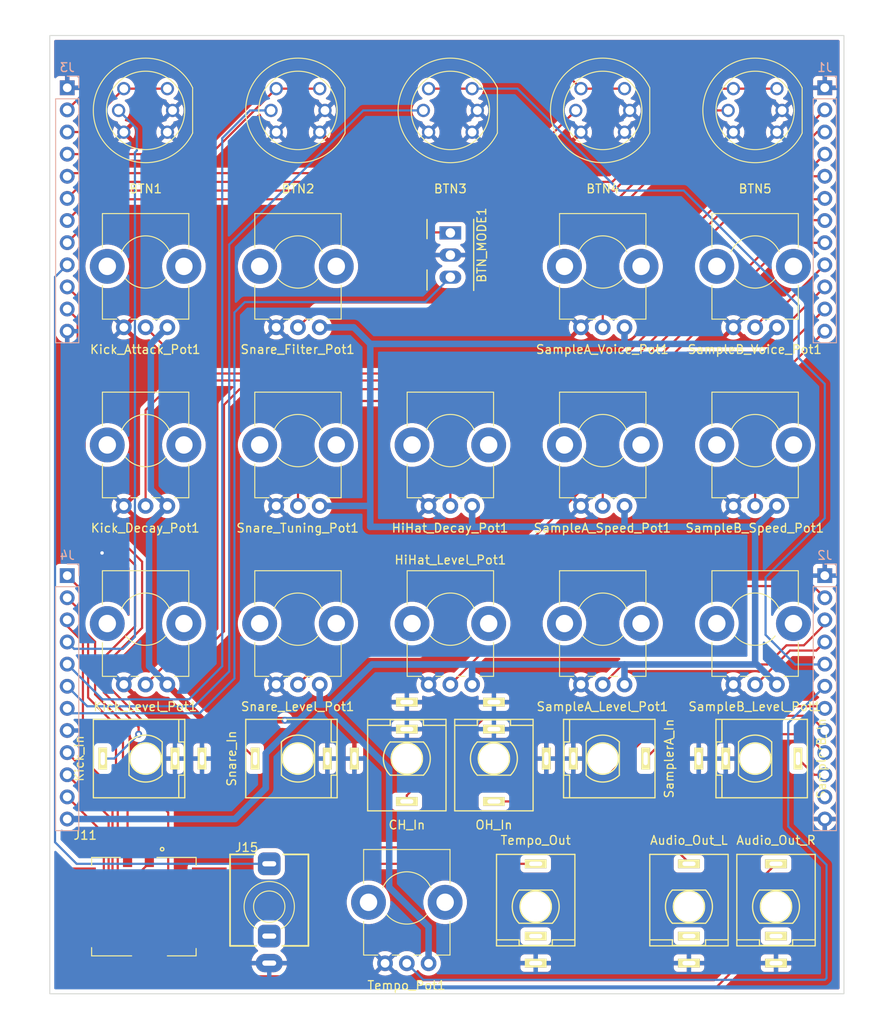
<source format=kicad_pcb>
(kicad_pcb (version 20211014) (generator pcbnew)
  (layers (0 "F.Cu" signal) (31 "B.Cu" signal) (34 "B.Paste" user) (35 "F.Paste" user) (36 "B.SilkS" user "B.Silkscreen") (37 "F.SilkS" user "F.Silkscreen") (38 "B.Mask" user) (39 "F.Mask" user) (44 "Edge.Cuts" user))
  (net 0 "")
  (net 1 "/KI_BTN")
  (net 2 "GND")
  (net 3 "/KI_LED")
  (net 4 "/SN_LED")
  (net 5 "/SN_BTN")
  (net 6 "/HH_BTN")
  (net 7 "/MIDI_LEARN")
  (net 8 "/SEQ_SELECT")
  (net 9 "/HH_LED")
  (net 10 "/SA_BTN")
  (net 11 "/HIHAT_VOL_POT")
  (net 12 "+3.3VA")
  (net 13 "/HIHAT_DECAY_POT")
  (net 14 "/MIDI_IN")
  (net 15 "/USB_VBUS")
  (net 16 "/USB_DM")
  (net 17 "/USB_DP")
  (net 18 "/TEMPO_OUT")
  (net 20 "/KICK_ATTACK_POT")
  (net 21 "/KICK_VOL_POT")
  (net 22 "/KICK_DECAY_POT")
  (net 23 "/SA_LED")
  (net 24 "/SB_BTN")
  (net 25 "/SAMPLER_A_VOICE_POT")
  (net 26 "/SAMPLER_B_VOICE_POT")
  (net 27 "/SAMPLER_A_VOL_POT")
  (net 28 "/SAMPLER_B_VOL_POT")
  (net 29 "/SAMPLER_A_SPEED_POT")
  (net 30 "/SAMPLER_B_SPEED_POT")
  (net 31 "/SNARE_FILTER_POT")
  (net 32 "/SNARE_VOL_POT")
  (net 33 "/SNARE_TUNING_POT")
  (net 34 "/TEMPO_POT")
  (net 35 "/SB_LED")
  (net 36 "/AUDIO_OUT_R")
  (net 37 "/AUDIO_OUT_L")
  (net 43 "/KICK_IN")
  (net 44 "/SNARE_IN")
  (net 45 "/OH_IN")
  (net 46 "/SAMPLER_A_IN")
  (net 47 "/SAMPLER_B_IN")
  (net 48 "/CH_IN")
  (footprint "Custom_Footprints:KS01-BLV" (layer "F.Cu") (at 133.5 58.6)
    (fp_text reference "BTN4")
    (fp_text value "KS01-BLV")
  )
  (footprint "Custom_Footprints:KS01-BLV" (layer "F.Cu") (at 98.5 58.6)
    (fp_text reference "BTN2")
    (fp_text value "KS01-BLV")
  )
  (footprint "Custom_Footprints:THONKICONN_hole" (layer "F.Cu") (at 153.4 150)
    (fp_text reference "J14" hide)
    (fp_text value "Audio_Out_R")
  )
  (footprint "Custom_Footprints:THONKICONN_hole" (layer "F.Cu") (at 111 133 180)
    (fp_text reference "J6" hide)
    (fp_text value "CH_In")
  )
  (footprint "Custom_Footprints:THONKICONN_hole" (layer "F.Cu") (at 81 133 90)
    (fp_text reference "J10" hide)
    (fp_text value "Kick_In")
  )
  (footprint "Custom_Footprints:Alpha_9mm_Potentiometer_Aligned" (layer "F.Cu") (at 81 96.5)
    (fp_text reference "Kick_Decay_Pot1")
    (fp_text value "B10k")
  )
  (footprint "Custom_Footprints:THONKICONN_hole" (layer "F.Cu") (at 125.8 150)
    (fp_text reference "J12" hide)
    (fp_text value "Tempo_Out")
  )
  (footprint "Custom_Footprints:Thonkiconn_Stereo-PJ366ST" (layer "F.Cu") (at 95.2 150)
    (fp_text reference "J15")
    (fp_text value "Midi_In")
  )
  (footprint "Custom_Footprints:Alpha_9mm_Potentiometer_Aligned" (layer "F.Cu") (at 151 117)
    (fp_text reference "SampleB_Level_Pot1")
    (fp_text value "B10k")
  )
  (footprint "Custom_Footprints:THONKICONN_hole" (layer "F.Cu") (at 143.4 150)
    (fp_text reference "J13" hide)
    (fp_text value "Audio_Out_L")
  )
  (footprint "Custom_Footprints:Alpha_9mm_Potentiometer_Aligned" (layer "F.Cu") (at 151 96.5)
    (fp_text reference "SampleB_Speed_Pot1")
    (fp_text value "B10k")
  )
  (footprint "Custom_Footprints:Alpha_9mm_Potentiometer_Aligned" (layer "F.Cu") (at 133.5 117)
    (fp_text reference "SampleA_Level_Pot1")
    (fp_text value "B10k")
  )
  (footprint "Custom_Footprints:Alpha_9mm_Potentiometer_Aligned" (layer "F.Cu") (at 81 76)
    (fp_text reference "Kick_Attack_Pot1")
    (fp_text value "B10k")
  )
  (footprint "Custom_Footprints:Alpha_9mm_Potentiometer_Aligned" (layer "F.Cu") (at 98.5 96.5)
    (fp_text reference "Snare_Tuning_Pot1")
    (fp_text value "B10k")
  )
  (footprint "Custom_Footprints:THONKICONN_hole" (layer "F.Cu") (at 98.5 133 90)
    (fp_text reference "J5" hide)
    (fp_text value "Snare_In")
  )
  (footprint "Custom_Footprints:KS01-BLV" (layer "F.Cu") (at 151 58.6)
    (fp_text reference "BTN5")
    (fp_text value "KS01-BLV")
  )
  (footprint "Custom_Footprints:THONKICONN_hole" (layer "F.Cu") (at 121 133 180)
    (fp_text reference "J7" hide)
    (fp_text value "OH_In")
  )
  (footprint "Custom_Footprints:KS01-BLV" (layer "F.Cu") (at 116 58.6)
    (fp_text reference "BTN3")
    (fp_text value "KS01-BLV")
  )
  (footprint "Custom_Footprints:KS01-BLV" (layer "F.Cu") (at 81 58.6)
    (fp_text reference "BTN1")
    (fp_text value "KS01-BLV")
  )
  (footprint "Custom_Footprints:USB_TE_1734517-1" (layer "F.Cu") (at 80.8 150)
    (fp_text reference "J11")
    (fp_text value "USB_B_Micro")
  )
  (footprint "Custom_Footprints:Alpha_9mm_Potentiometer_Aligned" (layer "F.Cu") (at 98.5 76)
    (fp_text reference "Snare_Filter_Pot1")
    (fp_text value "B10k")
  )
  (footprint "Custom_Footprints:Alpha_9mm_Potentiometer_Aligned" (layer "F.Cu") (at 151 76)
    (fp_text reference "SampleB_Voice_Pot1")
    (fp_text value "B10k")
  )
  (footprint "Custom_Footprints:SPDT_SubMiniature_Aligned" (layer "F.Cu") (at 116 75.2 -90)
    (fp_text reference "BTN_MODE1")
    (fp_text value "SW_SPDT_MSM")
  )
  (footprint "Custom_Footprints:Alpha_9mm_Potentiometer_Aligned" (layer "F.Cu") (at 81 117)
    (fp_text reference "Kick_Level_Pot1")
    (fp_text value "B10k")
  )
  (footprint "Custom_Footprints:Alpha_9mm_Potentiometer_Aligned" (layer "F.Cu") (at 116 96.5)
    (fp_text reference "HiHat_Decay_Pot1")
    (fp_text value "B10k")
  )
  (footprint "Custom_Footprints:Alpha_9mm_Potentiometer_Aligned" (layer "F.Cu") (at 111 149)
    (fp_text reference "Tempo_Pot1")
    (fp_text value "B10k")
  )
  (footprint "Custom_Footprints:THONKICONN_hole" (layer "F.Cu") (at 151 133 -90)
    (fp_text reference "J9" hide)
    (fp_text value "SamplerB_In")
  )
  (footprint "Custom_Footprints:Alpha_9mm_Potentiometer_Aligned" (layer "F.Cu") (at 98.5 117)
    (fp_text reference "Snare_Level_Pot1")
    (fp_text value "B10k")
  )
  (footprint "Custom_Footprints:Alpha_9mm_Potentiometer_Aligned" (layer "F.Cu") (at 116 117)
    (fp_text reference "HiHat_Level_Pot1")
    (fp_text value "B10k")
  )
  (footprint "Custom_Footprints:THONKICONN_hole" (layer "F.Cu") (at 133.5 133 -90)
    (fp_text reference "J8" hide)
    (fp_text value "SamplerA_In")
  )
  (footprint "Custom_Footprints:Alpha_9mm_Potentiometer_Aligned" (layer "F.Cu") (at 133.5 96.5)
    (fp_text reference "SampleA_Speed_Pot1")
    (fp_text value "B10k")
  )
  (footprint "Custom_Footprints:Alpha_9mm_Potentiometer_Aligned" (layer "F.Cu") (at 133.5 76)
    (fp_text reference "SampleA_Voice_Pot1")
    (fp_text value "B10k")
  )
  (footprint "Connector_PinHeader_2.54mm:PinHeader_1x12_P2.54mm_Vertical" (layer "B.Cu") (at 159 112 180)
    (fp_text reference "J2")
    (fp_text value "Conn_01x12_Female")
  )
  (footprint "Connector_PinHeader_2.54mm:PinHeader_1x12_P2.54mm_Vertical" (layer "B.Cu") (at 72 112 180)
    (fp_text reference "J4")
    (fp_text value "Conn_01x12_Female")
  )
  (footprint "Connector_PinHeader_2.54mm:PinHeader_1x12_P2.54mm_Vertical" (layer "B.Cu") (at 72 56 180)
    (fp_text reference "J3")
    (fp_text value "Conn_01x12_Female")
  )
  (footprint "Connector_PinHeader_2.54mm:PinHeader_1x12_P2.54mm_Vertical" (layer "B.Cu") (at 159 56 180)
    (fp_text reference "J1")
    (fp_text value "Conn_01x12_Female")
  )
  (gr_rect (start 70 50) (end 161.2 160) (layer "Edge.Cuts") (width 0.1) (fill none))
  (segment (start 72 61.08) (end 73.52 61.08) (width 0.25) (layer "F.Cu") (net 1))
  (segment (start 78.5 56.1) (end 83.5 56.1) (width 0.25) (layer "F.Cu") (net 1))
  (segment (start 73.52 61.08) (end 78.5 56.1) (width 0.25) (layer "F.Cu") (net 1))
  (via (at 76 109.4) (size 0.8) (drill 0.4) (layers "F.Cu" "B.Cu") (net 2))
  (segment (start 79.775 86.425) (end 79.775 119.025) (width 0.25) (layer "B.Cu") (net 3))
  (segment (start 78.4 120.4) (end 72.78 120.4) (width 0.25) (layer "B.Cu") (net 3))
  (segment (start 79.8 86.4) (end 79.775 86.425) (width 0.25) (layer "B.Cu") (net 3))
  (segment (start 79.775 63.425) (end 79.775 86.375) (width 0.25) (layer "B.Cu") (net 3))
  (segment (start 72.78 120.4) (end 72 119.62) (width 0.25) (layer "B.Cu") (net 3))
  (segment (start 80 60.7) (end 80 63.2) (width 0.25) (layer "B.Cu") (net 3))
  (segment (start 80 63.2) (end 79.775 63.425) (width 0.25) (layer "B.Cu") (net 3))
  (segment (start 79.775 86.375) (end 79.8 86.4) (width 0.25) (layer "B.Cu") (net 3))
  (segment (start 79.775 119.025) (end 78.4 120.4) (width 0.25) (layer "B.Cu") (net 3))
  (segment (start 77.9 58.6) (end 80 60.7) (width 0.25) (layer "B.Cu") (net 3))
  (segment (start 89.8 61.8) (end 89.8 122.4) (width 0.25) (layer "B.Cu") (net 4))
  (segment (start 89.8 122.4) (end 86 126.2) (width 0.25) (layer "B.Cu") (net 4))
  (segment (start 95.4 58.6) (end 93 58.6) (width 0.25) (layer "B.Cu") (net 4))
  (segment (start 93 58.6) (end 89.8 61.8) (width 0.25) (layer "B.Cu") (net 4))
  (segment (start 86 126.2) (end 76.04 126.2) (width 0.25) (layer "B.Cu") (net 4))
  (segment (start 76.04 126.2) (end 72 122.16) (width 0.25) (layer "B.Cu") (net 4))
  (segment (start 96 56.1) (end 101 56.1) (width 0.25) (layer "F.Cu") (net 5))
  (segment (start 88.48 63.62) (end 96 56.1) (width 0.25) (layer "F.Cu") (net 5))
  (segment (start 72 63.62) (end 88.48 63.62) (width 0.25) (layer "F.Cu") (net 5))
  (segment (start 113.5 56.1) (end 118.5 56.1) (width 0.25) (layer "F.Cu") (net 6))
  (segment (start 152.2 118.8) (end 152.2 112.2) (width 0.25) (layer "B.Cu") (net 6))
  (segment (start 142.8 67.8) (end 135.4 67.8) (width 0.25) (layer "B.Cu") (net 6))
  (segment (start 159 90) (end 156 87) (width 0.25) (layer "B.Cu") (net 6))
  (segment (start 152.2 112.2) (end 159 105.4) (width 0.25) (layer "B.Cu") (net 6))
  (segment (start 159 105.4) (end 159 90) (width 0.25) (layer "B.Cu") (net 6))
  (segment (start 155.6 122.2) (end 152.2 118.8) (width 0.25) (layer "B.Cu") (net 6))
  (segment (start 123.7 56.1) (end 118.5 56.1) (width 0.25) (layer "B.Cu") (net 6))
  (segment (start 156 81) (end 142.8 67.8) (width 0.25) (layer "B.Cu") (net 6))
  (segment (start 135.4 67.8) (end 123.7 56.1) (width 0.25) (layer "B.Cu") (net 6))
  (segment (start 158.96 122.2) (end 155.6 122.2) (width 0.25) (layer "B.Cu") (net 6))
  (segment (start 159 122.16) (end 158.96 122.2) (width 0.25) (layer "B.Cu") (net 6))
  (segment (start 156 87) (end 156 81) (width 0.25) (layer "B.Cu") (net 6))
  (segment (start 76.98 68.8) (end 110.3 68.8) (width 0.25) (layer "F.Cu") (net 7))
  (segment (start 110.3 68.8) (end 114.1 72.6) (width 0.25) (layer "F.Cu") (net 7))
  (segment (start 114.1 72.6) (end 115.94 72.6) (width 0.25) (layer "F.Cu") (net 7))
  (segment (start 115.94 72.6) (end 116 72.66) (width 0.25) (layer "F.Cu") (net 7))
  (segment (start 72 73.78) (end 76.98 68.8) (width 0.25) (layer "F.Cu") (net 7))
  (segment (start 113.14 80.6) (end 92.4 80.6) (width 0.25) (layer "B.Cu") (net 8))
  (segment (start 72.56 127.8) (end 72 127.24) (width 0.25) (layer "B.Cu") (net 8))
  (segment (start 116 77.74) (end 113.14 80.6) (width 0.25) (layer "B.Cu") (net 8))
  (segment (start 92.4 80.6) (end 91.2 81.8) (width 0.25) (layer "B.Cu") (net 8))
  (segment (start 91.2 81.8) (end 91.2 123.8) (width 0.25) (layer "B.Cu") (net 8))
  (segment (start 91.2 123.8) (end 87.2 127.8) (width 0.25) (layer "B.Cu") (net 8))
  (segment (start 87.2 127.8) (end 72.56 127.8) (width 0.25) (layer "B.Cu") (net 8))
  (segment (start 86.6 127) (end 74.3 127) (width 0.25) (layer "B.Cu") (net 9))
  (segment (start 90.6 123) (end 86.6 127) (width 0.25) (layer "B.Cu") (net 9))
  (segment (start 106 58.6) (end 90.6 74) (width 0.25) (layer "B.Cu") (net 9))
  (segment (start 90.6 74) (end 90.6 123) (width 0.25) (layer "B.Cu") (net 9))
  (segment (start 112.9 58.6) (end 106 58.6) (width 0.25) (layer "B.Cu") (net 9))
  (segment (start 74.3 127) (end 72 124.7) (width 0.25) (layer "B.Cu") (net 9))
  (segment (start 76.74 53.8) (end 128.7 53.8) (width 0.25) (layer "F.Cu") (net 10))
  (segment (start 131 56.1) (end 136 56.1) (width 0.25) (layer "F.Cu") (net 10))
  (segment (start 72 58.54) (end 76.74 53.8) (width 0.25) (layer "F.Cu") (net 10))
  (segment (start 128.7 53.8) (end 131 56.1) (width 0.25) (layer "F.Cu") (net 10))
  (segment (start 119.7 120.8) (end 116 124.5) (width 0.25) (layer "F.Cu") (net 11))
  (segment (start 139.2 120.8) (end 119.7 120.8) (width 0.25) (layer "F.Cu") (net 11))
  (segment (start 146.8 113.2) (end 139.2 120.8) (width 0.25) (layer "F.Cu") (net 11))
  (segment (start 157.66 113.2) (end 146.8 113.2) (width 0.25) (layer "F.Cu") (net 11))
  (segment (start 159 114.54) (end 157.66 113.2) (width 0.25) (layer "F.Cu") (net 11))
  (segment (start 87.6 128.6) (end 97 128.6) (width 0.75) (layer "F.Cu") (net 12))
  (segment (start 83.5 124.5) (end 87.6 128.6) (width 0.75) (layer "F.Cu") (net 12))
  (via (at 97 128.6) (size 0.8) (drill 0.4) (layers "F.Cu" "B.Cu") (net 12))
  (segment (start 107 122.2) (end 102.4 126.8) (width 0.75) (layer "B.Cu") (net 12))
  (segment (start 101 104) (end 106.7 104) (width 0.75) (layer "B.Cu") (net 12))
  (segment (start 151.1 106.4) (end 136 106.4) (width 0.75) (layer "B.Cu") (net 12))
  (segment (start 108.975 134.175) (end 108.975 147.775) (width 0.75) (layer "B.Cu") (net 12))
  (segment (start 101 126.8) (end 100.4 126.8) (width 0.75) (layer "B.Cu") (net 12))
  (segment (start 94.8 132.4) (end 98.5 128.7) (width 0.75) (layer "B.Cu") (net 12))
  (segment (start 83.5 104) (end 81.6 102.1) (width 0.75) (layer "B.Cu") (net 12))
  (segment (start 136 83.5) (end 136 85.2) (width 0.75) (layer "B.Cu") (net 12))
  (segment (start 72 139.94) (end 91.26 139.94) (width 0.75) (layer "B.Cu") (net 12))
  (segment (start 97 128.6) (end 98.4 128.6) (width 0.75) (layer "B.Cu") (net 12))
  (segment (start 118.5 104) (end 118.5 106.3) (width 0.75) (layer "B.Cu") (net 12))
  (segment (start 118.5 124.5) (end 118.5 122.2) (width 0.75) (layer "B.Cu") (net 12))
  (segment (start 108.975 147.775) (end 113.5 152.3) (width 0.75) (layer "B.Cu") (net 12))
  (segment (start 153.5 124.5) (end 151.2 122.2) (width 0.75) (layer "B.Cu") (net 12))
  (segment (start 136 106.4) (end 118.6 106.4) (width 0.75) (layer "B.Cu") (net 12))
  (segment (start 153.5 104) (end 151.1 106.4) (width 0.75) (layer "B.Cu") (net 12))
  (segment (start 91.26 139.94) (end 94.8 136.4) (width 0.75) (layer "B.Cu") (net 12))
  (segment (start 101 124.5) (end 101 126.8) (width 0.75) (layer "B.Cu") (net 12))
  (segment (start 136 124.5) (end 136 122.2) (width 0.75) (layer "B.Cu") (net 12))
  (segment (start 106.8 106.4) (end 106.8 85.4) (width 0.75) (layer "B.Cu") (net 12))
  (segment (start 104.9 83.5) (end 106.8 85.4) (width 0.75) (layer "B.Cu") (net 12))
  (segment (start 118.5 106.3) (end 118.6 106.4) (width 0.75) (layer "B.Cu") (net 12))
  (segment (start 81.4 106.1) (end 83.5 104) (width 0.75) (layer "B.Cu") (net 12))
  (segment (start 151 121.8) (end 151 106.4) (width 0.75) (layer "B.Cu") (net 12))
  (segment (start 107 122.2) (end 136 122.2) (width 0.75) (layer "B.Cu") (net 12))
  (segment (start 113.5 152.3) (end 113.5 156.5) (width 0.75) (layer "B.Cu") (net 12))
  (segment (start 118.5 122.2) (end 107 122.2) (width 0.75) (layer "B.Cu") (net 12))
  (segment (start 102.4 127.6) (end 108.975 134.175) (width 0.75) (layer "B.Cu") (net 12))
  (segment (start 94.8 136.4) (end 94.8 132.4) (width 0.75) (layer "B.Cu") (net 12))
  (segment (start 136 122.2) (end 151.2 122.2) (width 0.75) (layer "B.Cu") (net 12))
  (segment (start 81.6 102.1) (end 81.6 85.4) (width 0.75) (layer "B.Cu") (net 12))
  (segment (start 83.5 124.5) (end 81.4 122.4) (width 0.75) (layer "B.Cu") (net 12))
  (segment (start 98.4 128.6) (end 98.5 128.7) (width 0.75) (layer "B.Cu") (net 12))
  (segment (start 102.4 126.8) (end 101 126.8) (width 0.75) (layer "B.Cu") (net 12))
  (segment (start 136 85.2) (end 135.8 85.4) (width 0.75) (layer "B.Cu") (net 12))
  (segment (start 98.5 128.7) (end 100.4 126.8) (width 0.75) (layer "B.Cu") (net 12))
  (segment (start 136 104) (end 136 106.4) (width 0.75) (layer "B.Cu") (net 12))
  (segment (start 106.8 85.4) (end 135.8 85.4) (width 0.75) (layer "B.Cu") (net 12))
  (segment (start 151.6 85.4) (end 153.5 83.5) (width 0.75) (layer "B.Cu") (net 12))
  (segment (start 81.4 122.4) (end 81.4 106.1) (width 0.75) (layer "B.Cu") (net 12))
  (segment (start 101 83.5) (end 104.9 83.5) (width 0.75) (layer "B.Cu") (net 12))
  (segment (start 135.8 85.4) (end 151.6 85.4) (width 0.75) (layer "B.Cu") (net 12))
  (segment (start 81.6 85.4) (end 83.5 83.5) (width 0.75) (layer "B.Cu") (net 12))
  (segment (start 118.6 106.4) (end 106.8 106.4) (width 0.75) (layer "B.Cu") (net 12))
  (segment (start 102.4 126.8) (end 102.4 127.6) (width 0.75) (layer "B.Cu") (net 12))
  (segment (start 116 104) (end 116 95) (width 0.25) (layer "F.Cu") (net 13))
  (segment (start 118.2 92.8) (end 135.4 92.8) (width 0.25) (layer "F.Cu") (net 13))
  (segment (start 116 95) (end 118.2 92.8) (width 0.25) (layer "F.Cu") (net 13))
  (segment (start 135.4 92.8) (end 154.4 73.8) (width 0.25) (layer "F.Cu") (net 13))
  (segment (start 158.98 73.8) (end 159 73.78) (width 0.25) (layer "F.Cu") (net 13))
  (segment (start 154.4 73.8) (end 158.98 73.8) (width 0.25) (layer "F.Cu") (net 13))
  (segment (start 72 76.32) (end 70.6 77.72) (width 0.25) (layer "B.Cu") (net 14))
  (segment (start 70.6 77.72) (end 70.6 142.6) (width 0.25) (layer "B.Cu") (net 14))
  (segment (start 70.6 142.6) (end 73.08 145.08) (width 0.25) (layer "B.Cu") (net 14))
  (segment (start 73.08 145.08) (end 95.2 145.08) (width 0.25) (layer "B.Cu") (net 14))
  (segment (start 72 117.08) (end 72 117.8) (width 0.25) (layer "F.Cu") (net 15))
  (segment (start 77.8 146) (end 78.4 146.6) (width 0.25) (layer "F.Cu") (net 15))
  (segment (start 73.8 133) (end 77.8 137) (width 0.25) (layer "F.Cu") (net 15))
  (segment (start 77.8 137) (end 77.8 146) (width 0.25) (layer "F.Cu") (net 15))
  (segment (start 81.43 144.97) (end 81.43 144.15) (width 0.25) (layer "F.Cu") (net 15))
  (segment (start 79.8 146.6) (end 81.43 144.97) (width 0.25) (layer "F.Cu") (net 15))
  (segment (start 72 117.8) (end 73.8 119.6) (width 0.25) (layer "F.Cu") (net 15))
  (segment (start 73.8 119.6) (end 73.8 133) (width 0.25) (layer "F.Cu") (net 15))
  (segment (start 78.4 146.6) (end 79.8 146.6) (width 0.25) (layer "F.Cu") (net 15))
  (segment (start 74.4 119.561305) (end 74.4 126) (width 0.25) (layer "F.Cu") (net 16))
  (segment (start 78.93 135.93) (end 78.93 144.15) (width 0.25) (layer "F.Cu") (net 16))
  (segment (start 73.4 118.561305) (end 74.4 119.561305) (width 0.25) (layer "F.Cu") (net 16))
  (segment (start 73.4 115.94) (end 73.4 118.561305) (width 0.25) (layer "F.Cu") (net 16))
  (segment (start 74.4 126) (end 77.6 129.2) (width 0.25) (layer "F.Cu") (net 16))
  (segment (start 72 114.54) (end 73.4 115.94) (width 0.25) (layer "F.Cu") (net 16))
  (segment (start 77.6 134.6) (end 78.93 135.93) (width 0.25) (layer "F.Cu") (net 16))
  (segment (start 77.6 129.2) (end 77.6 134.6) (width 0.25) (layer "F.Cu") (net 16))
  (segment (start 73.849501 118.241489) (end 73.849501 113.849501) (width 0.25) (layer "F.Cu") (net 17))
  (segment (start 75.2 125.635704) (end 75.2 119.591988) (width 0.25) (layer "F.Cu") (net 17))
  (segment (start 75.2 119.591988) (end 73.849501 118.241489) (width 0.25) (layer "F.Cu") (net 17))
  (segment (start 78.4 134) (end 78.4 128.835704) (width 0.25) (layer "F.Cu") (net 17))
  (segment (start 80.18 155.075) (end 83.6 151.655) (width 0.25) (layer "F.Cu") (net 17))
  (segment (start 83.6 139.2) (end 78.4 134) (width 0.25) (layer "F.Cu") (net 17))
  (segment (start 78.4 128.835704) (end 75.2 125.635704) (width 0.25) (layer "F.Cu") (net 17))
  (segment (start 83.6 151.655) (end 83.6 139.2) (width 0.25) (layer "F.Cu") (net 17))
  (segment (start 80.18 155.85) (end 80.18 155.075) (width 0.25) (layer "F.Cu") (net 17))
  (segment (start 73.849501 113.849501) (end 72 112) (width 0.25) (layer "F.Cu") (net 17))
  (segment (start 78.8 158.6) (end 76.750499 156.550499) (width 0.25) (layer "F.Cu") (net 18))
  (segment (start 101.8 155.8) (end 99 158.6) (width 0.25) (layer "F.Cu") (net 18))
  (segment (start 105.5 145.08) (end 101.8 148.78) (width 0.25) (layer "F.Cu") (net 18))
  (segment (start 99 158.6) (end 78.8 158.6) (width 0.25) (layer "F.Cu") (net 18))
  (segment (start 101.8 148.78) (end 101.8 155.8) (width 0.25) (layer "F.Cu") (net 18))
  (segment (start 125.8 145.08) (end 105.5 145.08) (width 0.25) (layer "F.Cu") (net 18))
  (segment (start 76.750499 156.550499) (end 76.750499 139.610499) (width 0.25) (layer "F.Cu") (net 18))
  (segment (start 76.750499 139.610499) (end 72 134.86) (width 0.25) (layer "F.Cu") (net 18))
  (segment (start 86.3 88.8) (end 81 83.5) (width 0.25) (layer "F.Cu") (net 20))
  (segment (start 159 63.62) (end 157.970489 64.649511) (width 0.25) (layer "F.Cu") (net 20))
  (segment (start 157.970489 64.649511) (end 151.350489 64.649511) (width 0.25) (layer "F.Cu") (net 20))
  (segment (start 134 88.8) (end 86.3 88.8) (width 0.25) (layer "F.Cu") (net 20))
  (segment (start 151.350489 64.649511) (end 141.6 74.4) (width 0.25) (layer "F.Cu") (net 20))
  (segment (start 141.6 81.2) (end 134 88.8) (width 0.25) (layer "F.Cu") (net 20))
  (segment (start 141.6 74.4) (end 141.6 81.2) (width 0.25) (layer "F.Cu") (net 20))
  (segment (start 81 124.5) (end 84.1 121.4) (width 0.25) (layer "F.Cu") (net 21))
  (segment (start 90 118.4) (end 90 92.4) (width 0.25) (layer "F.Cu") (net 21))
  (segment (start 150 68.8) (end 158.9 68.8) (width 0.25) (layer "F.Cu") (net 21))
  (segment (start 158.9 68.8) (end 159 68.7) (width 0.25) (layer "F.Cu") (net 21))
  (segment (start 84.1 121.4) (end 87 121.4) (width 0.25) (layer "F.Cu") (net 21))
  (segment (start 90 92.4) (end 91.8 90.6) (width 0.25) (layer "F.Cu") (net 21))
  (segment (start 87 121.4) (end 90 118.4) (width 0.25) (layer "F.Cu") (net 21))
  (segment (start 91.8 90.6) (end 134.8 90.6) (width 0.25) (layer "F.Cu") (net 21))
  (segment (start 143.6 75.2) (end 150 68.8) (width 0.25) (layer "F.Cu") (net 21))
  (segment (start 143.6 81.8) (end 143.6 75.2) (width 0.25) (layer "F.Cu") (net 21))
  (segment (start 134.8 90.6) (end 143.6 81.8) (width 0.25) (layer "F.Cu") (net 21))
  (segment (start 142.6 74.8) (end 151.24 66.16) (width 0.25) (layer "F.Cu") (net 22))
  (segment (start 81 104) (end 81 93) (width 0.25) (layer "F.Cu") (net 22))
  (segment (start 81 93) (end 84.4 89.6) (width 0.25) (layer "F.Cu") (net 22))
  (segment (start 84.4 89.6) (end 134.560215 89.6) (width 0.25) (layer "F.Cu") (net 22))
  (segment (start 142.6 81.560215) (end 142.6 74.8) (width 0.25) (layer "F.Cu") (net 22))
  (segment (start 151.24 66.16) (end 159 66.16) (width 0.25) (layer "F.Cu") (net 22))
  (segment (start 134.560215 89.6) (end 142.6 81.560215) (width 0.25) (layer "F.Cu") (net 22))
  (segment (start 123.2 65.8) (end 130.4 58.6) (width 0.25) (layer "F.Cu") (net 23))
  (segment (start 72.36 65.8) (end 123.2 65.8) (width 0.25) (layer "F.Cu") (net 23))
  (segment (start 72 66.16) (end 72.36 65.8) (width 0.25) (layer "F.Cu") (net 23))
  (segment (start 134.6 66.8) (end 145.3 56.1) (width 0.25) (layer "F.Cu") (net 24))
  (segment (start 148.5 56.1) (end 153.5 56.1) (width 0.25) (layer "F.Cu") (net 24))
  (segment (start 145.3 56.1) (end 148.5 56.1) (width 0.25) (layer "F.Cu") (net 24))
  (segment (start 72 68.7) (end 73.9 66.8) (width 0.25) (layer "F.Cu") (net 24))
  (segment (start 73.9 66.8) (end 134.6 66.8) (width 0.25) (layer "F.Cu") (net 24))
  (segment (start 159 61.08) (end 158.12 61.08) (width 0.25) (layer "F.Cu") (net 25))
  (segment (start 155.6 63.6) (end 141.7 63.6) (width 0.25) (layer "F.Cu") (net 25))
  (segment (start 133.5 71.8) (end 133.5 83.5) (width 0.25) (layer "F.Cu") (net 25))
  (segment (start 141.7 63.6) (end 133.5 71.8) (width 0.25) (layer "F.Cu") (net 25))
  (segment (start 158.12 61.08) (end 155.6 63.6) (width 0.25) (layer "F.Cu") (net 25))
  (segment (start 153.8 80.6) (end 154.72 80.6) (width 0.25) (layer "F.Cu") (net 26))
  (segment (start 151 83.5) (end 151 83.4) (width 0.25) (layer "F.Cu") (net 26))
  (segment (start 154.72 80.6) (end 159 76.32) (width 0.25) (layer "F.Cu") (net 26))
  (segment (start 151 83.4) (end 153.8 80.6) (width 0.25) (layer "F.Cu") (net 26))
  (segment (start 152.4 122.2) (end 135.8 122.2) (width 0.25) (layer "F.Cu") (net 27))
  (segment (start 156.6 120) (end 154.6 120) (width 0.25) (layer "F.Cu") (net 27))
  (segment (start 159 117.6) (end 156.6 120) (width 0.25) (layer "F.Cu") (net 27))
  (segment (start 154.6 120) (end 152.4 122.2) (width 0.25) (layer "F.Cu") (net 27))
  (segment (start 135.8 122.2) (end 133.5 124.5) (width 0.25) (layer "F.Cu") (net 27))
  (segment (start 159 117.08) (end 159 117.6) (width 0.25) (layer "F.Cu") (net 27))
  (segment (start 151.1 124.5) (end 151 124.5) (width 0.25) (layer "F.Cu") (net 28))
  (segment (start 159 119.62) (end 158.02 120.6) (width 0.25) (layer "F.Cu") (net 28))
  (segment (start 155 120.6) (end 151.1 124.5) (width 0.25) (layer "F.Cu") (net 28))
  (segment (start 158.02 120.6) (end 155 120.6) (width 0.25) (layer "F.Cu") (net 28))
  (segment (start 133.5 104) (end 133.5 97.5) (width 0.25) (layer "F.Cu") (net 29))
  (segment (start 142.750489 88.249511) (end 152.150489 88.249511) (width 0.25) (layer "F.Cu") (net 29))
  (segment (start 152.150489 88.249511) (end 159 81.4) (width 0.25) (layer "F.Cu") (net 29))
  (segment (start 133.5 97.5) (end 142.750489 88.249511) (width 0.25) (layer "F.Cu") (net 29))
  (segment (start 153.54 89.4) (end 159 83.94) (width 0.25) (layer "F.Cu") (net 30))
  (segment (start 151 104) (end 151 89.4) (width 0.25) (layer "F.Cu") (net 30))
  (segment (start 151 89.4) (end 153.54 89.4) (width 0.25) (layer "F.Cu") (net 30))
  (segment (start 159 58.54) (end 154.74 62.8) (width 0.25) (layer "F.Cu") (net 31))
  (segment (start 119.6 81.4) (end 100.6 81.4) (width 0.25) (layer "F.Cu") (net 31))
  (segment (start 133.2 70.8) (end 130.2 70.8) (width 0.25) (layer "F.Cu") (net 31))
  (segment (start 100.6 81.4) (end 98.5 83.5) (width 0.25) (layer "F.Cu") (net 31))
  (segment (start 141.2 62.8) (end 133.2 70.8) (width 0.25) (layer "F.Cu") (net 31))
  (segment (start 154.74 62.8) (end 141.2 62.8) (width 0.25) (layer "F.Cu") (net 31))
  (segment (start 130.2 70.8) (end 119.6 81.4) (width 0.25) (layer "F.Cu") (net 31))
  (segment (start 132.6 100.6) (end 132.6 97) (width 0.25) (layer "F.Cu") (net 32))
  (segment (start 112.4 120.8) (end 132.6 100.6) (width 0.25) (layer "F.Cu") (net 32))
  (segment (start 155.2 82.66) (end 159 78.86) (width 0.25) (layer "F.Cu") (net 32))
  (segment (start 132.6 97) (end 143.2 86.4) (width 0.25) (layer "F.Cu") (net 32))
  (segment (start 152.8 86.4) (end 155.2 84) (width 0.25) (layer "F.Cu") (net 32))
  (segment (start 155.2 84) (end 155.2 82.66) (width 0.25) (layer "F.Cu") (net 32))
  (segment (start 102.2 120.8) (end 112.4 120.8) (width 0.25) (layer "F.Cu") (net 32))
  (segment (start 143.2 86.4) (end 152.8 86.4) (width 0.25) (layer "F.Cu") (net 32))
  (segment (start 98.5 124.5) (end 102.2 120.8) (width 0.25) (layer "F.Cu") (net 32))
  (segment (start 101.64951 91.95049) (end 134.84951 91.95049) (width 0.25) (layer "F.Cu") (net 33))
  (segment (start 134.84951 91.95049) (end 155.6 71.2) (width 0.25) (layer "F.Cu") (net 33))
  (segment (start 98.5 104) (end 98.5 95.1) (width 0.25) (layer "F.Cu") (net 33))
  (segment (start 158.96 71.2) (end 159 71.24) (width 0.25) (layer "F.Cu") (net 33))
  (segment (start 155.6 71.2) (end 158.96 71.2) (width 0.25) (layer "F.Cu") (net 33))
  (segment (start 98.5 95.1) (end 101.64951 91.95049) (width 0.25) (layer "F.Cu") (net 33))
  (segment (start 112.9 158.4) (end 159 158.4) (width 0.25) (layer "B.Cu") (net 34))
  (segment (start 111 156.5) (end 112.9 158.4) (width 0.25) (layer "B.Cu") (net 34))
  (segment (start 159.2 158.2) (end 159.2 145.2) (width 0.25) (layer "B.Cu") (net 34))
  (segment (start 154.8 128.9) (end 159 124.7) (width 0.25) (layer "B.Cu") (net 34))
  (segment (start 159 158.4) (end 159.2 158.2) (width 0.25) (layer "B.Cu") (net 34))
  (segment (start 159.2 145.2) (end 154.8 140.8) (width 0.25) (layer "B.Cu") (net 34))
  (segment (start 154.8 140.8) (end 154.8 128.9) (width 0.25) (layer "B.Cu") (net 34))
  (segment (start 75.44 67.8) (end 134.8 67.8) (width 0.25) (layer "F.Cu") (net 35))
  (segment (start 134.8 67.8) (end 144 58.6) (width 0.25) (layer "F.Cu") (net 35))
  (segment (start 144 58.6) (end 147.9 58.6) (width 0.25) (layer "F.Cu") (net 35))
  (segment (start 72 71.24) (end 75.44 67.8) (width 0.25) (layer "F.Cu") (net 35))
  (segment (start 76.2 156.8) (end 78.6 159.2) (width 0.25) (layer "F.Cu") (net 36))
  (segment (start 149.8 156) (end 149.8 148.68) (width 0.25) (layer "F.Cu") (net 36))
  (segment (start 72 137.4) (end 76.2 141.6) (width 0.25) (layer "F.Cu") (net 36))
  (segment (start 149.8 148.68) (end 153.4 145.08) (width 0.25) (layer "F.Cu") (net 36))
  (segment (start 146.6 159.2) (end 149.8 156) (width 0.25) (layer "F.Cu") (net 36))
  (segment (start 76.2 141.6) (end 76.2 156.8) (width 0.25) (layer "F.Cu") (net 36))
  (segment (start 78.6 159.2) (end 146.6 159.2) (width 0.25) (layer "F.Cu") (net 36))
  (segment (start 141.64 143.2) (end 103.6 143.2) (width 0.25) (layer "F.Cu") (net 37))
  (segment (start 79.16375 158) (end 77.2 156.03625) (width 0.25) (layer "F.Cu") (net 37))
  (segment (start 101.2 145.6) (end 101.2 155.2) (width 0.25) (layer "F.Cu") (net 37))
  (segment (start 103.6 143.2) (end 101.2 145.6) (width 0.25) (layer "F.Cu") (net 37))
  (segment (start 143.52 145.08) (end 141.64 143.2) (width 0.25) (layer "F.Cu") (net 37))
  (segment (start 77.2 156.03625) (end 77.2 137.52) (width 0.25) (layer "F.Cu") (net 37))
  (segment (start 101.2 155.2) (end 98.4 158) (width 0.25) (layer "F.Cu") (net 37))
  (segment (start 77.2 137.52) (end 72 132.32) (width 0.25) (layer "F.Cu") (net 37))
  (segment (start 98.4 158) (end 79.16375 158) (width 0.25) (layer "F.Cu") (net 37))
  (segment (start 79.8 117.8) (end 76.2 121.4) (width 0.25) (layer "F.Cu") (net 43))
  (segment (start 73.2 104.2) (end 79.8 110.8) (width 0.25) (layer "F.Cu") (net 43))
  (segment (start 80.2 129.4) (end 80.2 130.2) (width 0.25) (layer "F.Cu") (net 43))
  (segment (start 72 81.4) (end 73.2 82.6) (width 0.25) (layer "F.Cu") (net 43))
  (segment (start 76.2 125.4) (end 80.2 129.4) (width 0.25) (layer "F.Cu") (net 43))
  (segment (start 79.8 110.8) (end 79.8 117.8) (width 0.25) (layer "F.Cu") (net 43))
  (segment (start 73.2 82.6) (end 73.2 104.2) (width 0.25) (layer "F.Cu") (net 43))
  (segment (start 76.2 121.4) (end 76.2 125.4) (width 0.25) (layer "F.Cu") (net 43))
  (via (at 80.2 130.2) (size 0.8) (drill 0.4) (layers "F.Cu" "B.Cu") (net 43))
  (segment (start 80.2 130.2) (end 77.4 133) (width 0.25) (layer "B.Cu") (net 43))
  (segment (start 77.4 133) (end 76.08 133) (width 0.25) (layer "B.Cu") (net 43))
  (segment (start 76.8 124.8) (end 82.2 130.2) (width 0.25) (layer "F.Cu") (net 44))
  (segment (start 80.6 118) (end 76.8 121.8) (width 0.25) (layer "F.Cu") (net 44))
  (segment (start 82.2 130.2) (end 90.78 130.2) (width 0.25) (layer "F.Cu") (net 44))
  (segment (start 74 80.86) (end 74 103.8) (width 0.25) (layer "F.Cu") (net 44))
  (segment (start 76.8 121.8) (end 76.8 124.8) (width 0.25) (layer "F.Cu") (net 44))
  (segment (start 72 78.86) (end 74 80.86) (width 0.25) (layer "F.Cu") (net 44))
  (segment (start 74 103.8) (end 80.6 110.4) (width 0.25) (layer "F.Cu") (net 44))
  (segment (start 90.78 130.2) (end 93.58 133) (width 0.25) (layer "F.Cu") (net 44))
  (segment (start 80.6 110.4) (end 80.6 118) (width 0.25) (layer "F.Cu") (net 44))
  (segment (start 159 129.78) (end 157.31 128.09) (width 0.25) (layer "F.Cu") (net 45))
  (segment (start 157.31 128.09) (end 140.930978 128.09) (width 0.25) (layer "F.Cu") (net 45))
  (segment (start 131.100978 137.92) (end 121 137.92) (width 0.25) (layer "F.Cu") (net 45))
  (segment (start 140.930978 128.09) (end 131.100978 137.92) (width 0.25) (layer "F.Cu") (net 45))
  (segment (start 141.22 130.2) (end 138.42 133) (width 0.25) (layer "F.Cu") (net 46))
  (segment (start 156.88 130.2) (end 141.22 130.2) (width 0.25) (layer "F.Cu") (net 46))
  (segment (start 159 132.32) (end 156.88 130.2) (width 0.25) (layer "F.Cu") (net 46))
  (segment (start 159 134.86) (end 157.78 134.86) (width 0.25) (layer "F.Cu") (net 47))
  (segment (start 157.78 134.86) (end 155.92 133) (width 0.25) (layer "F.Cu") (net 47))
  (segment (start 111 137.220978) (end 111 137.92) (width 0.25) (layer "F.Cu") (net 48))
  (segment (start 125.019022 128) (end 120.220978 128) (width 0.25) (layer "F.Cu") (net 48))
  (segment (start 120.220978 128) (end 111 137.220978) (width 0.25) (layer "F.Cu") (net 48))
  (segment (start 126.019022 127) (end 125.019022 128) (width 0.25) (layer "F.Cu") (net 48))
  (segment (start 158.76 127) (end 126.019022 127) (width 0.25) (layer "F.Cu") (net 48))
  (segment (start 159 127.24) (end 158.76 127) (width 0.25) (layer "F.Cu") (net 48))
  (zone (net 2) (net_name "GND") (layers F&B.Cu) (connect_pads (clearance 0.508)) (min_thickness 0.254) (fill yes (thermal_gap 0.508) (thermal_bridge_width 0.508))
    (polygon (pts (xy 162 161) (xy 69.2 161) (xy 69.2 49.6) (xy 162 49.6)))
  )
)
</source>
